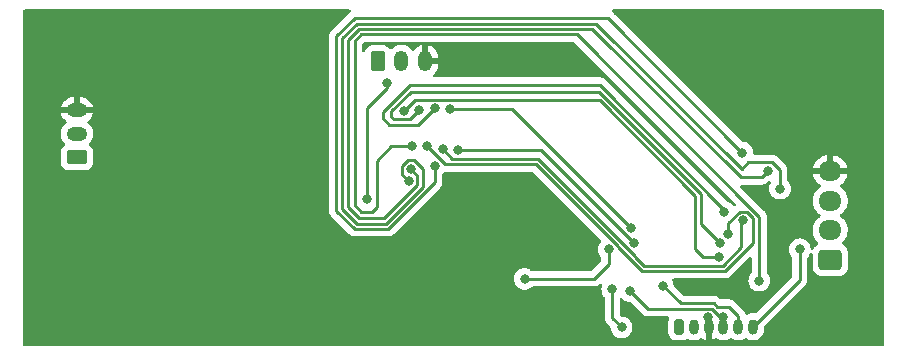
<source format=gbr>
%TF.GenerationSoftware,KiCad,Pcbnew,(6.0.7)*%
%TF.CreationDate,2023-02-24T11:48:17+01:00*%
%TF.ProjectId,freqcount,66726571-636f-4756-9e74-2e6b69636164,rev?*%
%TF.SameCoordinates,PX640f3c0PY67de938*%
%TF.FileFunction,Copper,L2,Bot*%
%TF.FilePolarity,Positive*%
%FSLAX46Y46*%
G04 Gerber Fmt 4.6, Leading zero omitted, Abs format (unit mm)*
G04 Created by KiCad (PCBNEW (6.0.7)) date 2023-02-24 11:48:17*
%MOMM*%
%LPD*%
G01*
G04 APERTURE LIST*
G04 Aperture macros list*
%AMRoundRect*
0 Rectangle with rounded corners*
0 $1 Rounding radius*
0 $2 $3 $4 $5 $6 $7 $8 $9 X,Y pos of 4 corners*
0 Add a 4 corners polygon primitive as box body*
4,1,4,$2,$3,$4,$5,$6,$7,$8,$9,$2,$3,0*
0 Add four circle primitives for the rounded corners*
1,1,$1+$1,$2,$3*
1,1,$1+$1,$4,$5*
1,1,$1+$1,$6,$7*
1,1,$1+$1,$8,$9*
0 Add four rect primitives between the rounded corners*
20,1,$1+$1,$2,$3,$4,$5,0*
20,1,$1+$1,$4,$5,$6,$7,0*
20,1,$1+$1,$6,$7,$8,$9,0*
20,1,$1+$1,$8,$9,$2,$3,0*%
G04 Aperture macros list end*
%TA.AperFunction,ComponentPad*%
%ADD10RoundRect,0.200000X-0.200000X-0.450000X0.200000X-0.450000X0.200000X0.450000X-0.200000X0.450000X0*%
%TD*%
%TA.AperFunction,ComponentPad*%
%ADD11O,0.800000X1.300000*%
%TD*%
%TA.AperFunction,ComponentPad*%
%ADD12RoundRect,0.250000X0.625000X-0.350000X0.625000X0.350000X-0.625000X0.350000X-0.625000X-0.350000X0*%
%TD*%
%TA.AperFunction,ComponentPad*%
%ADD13O,1.750000X1.200000*%
%TD*%
%TA.AperFunction,ComponentPad*%
%ADD14RoundRect,0.250000X-0.350000X-0.625000X0.350000X-0.625000X0.350000X0.625000X-0.350000X0.625000X0*%
%TD*%
%TA.AperFunction,ComponentPad*%
%ADD15O,1.200000X1.750000*%
%TD*%
%TA.AperFunction,ComponentPad*%
%ADD16RoundRect,0.250000X0.725000X-0.600000X0.725000X0.600000X-0.725000X0.600000X-0.725000X-0.600000X0*%
%TD*%
%TA.AperFunction,ComponentPad*%
%ADD17O,1.950000X1.700000*%
%TD*%
%TA.AperFunction,ViaPad*%
%ADD18C,0.800000*%
%TD*%
%TA.AperFunction,ViaPad*%
%ADD19C,4.000000*%
%TD*%
%TA.AperFunction,Conductor*%
%ADD20C,0.250000*%
%TD*%
G04 APERTURE END LIST*
D10*
%TO.P,J4,1,Pin_1*%
%TO.N,+5V*%
X56060000Y2145000D03*
D11*
%TO.P,J4,2,Pin_2*%
%TO.N,Net-(U5-Pad15)*%
X57310000Y2145000D03*
%TO.P,J4,3,Pin_3*%
%TO.N,GND*%
X58560000Y2145000D03*
%TO.P,J4,4,Pin_4*%
%TO.N,Net-(U5-Pad16)*%
X59810000Y2145000D03*
%TO.P,J4,5,Pin_5*%
%TO.N,Net-(U5-Pad17)*%
X61060000Y2145000D03*
%TO.P,J4,6,Pin_6*%
%TO.N,/Reset*%
X62310000Y2145000D03*
%TD*%
D12*
%TO.P,J1,1,Pin_1*%
%TO.N,+5V*%
X5070000Y16480000D03*
D13*
%TO.P,J1,2,Pin_2*%
%TO.N,Net-(J1-Pad2)*%
X5070000Y18480000D03*
%TO.P,J1,3,Pin_3*%
%TO.N,GND*%
X5070000Y20480000D03*
%TD*%
D14*
%TO.P,J2,1,Pin_1*%
%TO.N,+5V*%
X30540000Y24630000D03*
D15*
%TO.P,J2,2,Pin_2*%
%TO.N,Net-(J2-Pad2)*%
X32540000Y24630000D03*
%TO.P,J2,3,Pin_3*%
%TO.N,GND*%
X34540000Y24630000D03*
%TD*%
D16*
%TO.P,J3,1,Pin_1*%
%TO.N,+5V*%
X68840000Y7820000D03*
D17*
%TO.P,J3,2,Pin_2*%
%TO.N,Net-(U5-Pad30)*%
X68840000Y10320000D03*
%TO.P,J3,3,Pin_3*%
%TO.N,Net-(U5-Pad31)*%
X68840000Y12820000D03*
%TO.P,J3,4,Pin_4*%
%TO.N,GND*%
X68840000Y15320000D03*
%TD*%
D18*
%TO.N,Net-(U5-Pad17)*%
X54680000Y5605000D03*
%TO.N,/Reset*%
X66270000Y8705000D03*
%TO.N,Net-(U5-Pad16)*%
X59770000Y2985500D03*
%TO.N,GND*%
X58500000Y2935000D03*
%TO.N,Net-(U5-Pad15)*%
X51190000Y2085000D03*
%TO.N,Net-(U5-Pad16)*%
X51860000Y5185000D03*
%TO.N,Net-(U5-Pad15)*%
X50380000Y5315000D03*
D19*
%TO.N,GND*%
X3710000Y26390000D03*
X71060000Y2660000D03*
D18*
X12480000Y2510000D03*
X19280000Y2420000D03*
X13790000Y15050000D03*
X13000000Y10610000D03*
X26950000Y4860000D03*
X20750000Y8080000D03*
X59700000Y4915000D03*
X4990000Y2340000D03*
X5710000Y10920000D03*
X27600000Y8290000D03*
X38760000Y12970000D03*
X47120000Y10510000D03*
%TO.N,Net-(J2-Pad2)*%
X31350000Y22790000D03*
X29660000Y12990000D03*
%TO.N,GAU*%
X63590000Y15360000D03*
X33354282Y15458404D03*
%TO.N,GBL*%
X35385451Y15739951D03*
X61410000Y16890000D03*
%TO.N,Net-(U5-Pad12)*%
X52000000Y10460000D03*
X36640000Y20580000D03*
%TO.N,Net-(U5-Pad13)*%
X52260000Y9230000D03*
X37330000Y17080000D03*
%TO.N,Net-(U5-Pad23)*%
X59450000Y8040000D03*
X32760000Y20420000D03*
%TO.N,Net-(U5-Pad24)*%
X33410000Y17410000D03*
X62830000Y6040000D03*
%TO.N,Net-(U5-Pad25)*%
X59520000Y9210000D03*
X34070000Y20510000D03*
%TO.N,Net-(U5-Pad26)*%
X34740000Y17410000D03*
X60220000Y10030000D03*
%TO.N,Net-(U5-Pad27)*%
X35350000Y20630000D03*
X59894500Y11840000D03*
%TO.N,Net-(U5-Pad28)*%
X36030000Y17160000D03*
X61484101Y11154101D03*
%TO.N,GAL*%
X33150000Y14480000D03*
X64595000Y13825000D03*
%TO.N,Net-(D1-Pad2)*%
X42970000Y6200000D03*
X50090000Y8700000D03*
%TD*%
D20*
%TO.N,Net-(U5-Pad17)*%
X58613909Y4110000D02*
X56175000Y4110000D01*
X56175000Y4110000D02*
X54680000Y5605000D01*
X59275850Y3820851D02*
X58986701Y4110000D01*
X60284149Y3820851D02*
X59275850Y3820851D01*
X58986701Y4110000D02*
X58613909Y4110000D01*
X61060000Y3045000D02*
X60284149Y3820851D01*
X61060000Y2145000D02*
X61060000Y3045000D01*
%TO.N,Net-(U5-Pad16)*%
X59474805Y2985500D02*
X59770000Y2985500D01*
X58800305Y3660000D02*
X59474805Y2985500D01*
X51860000Y5185000D02*
X53385000Y3660000D01*
X53385000Y3660000D02*
X58800305Y3660000D01*
%TO.N,Net-(U5-Pad15)*%
X50380000Y2895000D02*
X51190000Y2085000D01*
X50380000Y5315000D02*
X50380000Y2895000D01*
%TO.N,/Reset*%
X66270000Y6105000D02*
X62310000Y2145000D01*
X66270000Y8705000D02*
X66270000Y6105000D01*
%TO.N,GND*%
X58500000Y2205000D02*
X58560000Y2145000D01*
X58500000Y2935000D02*
X58500000Y2205000D01*
%TO.N,Net-(J2-Pad2)*%
X31350000Y22320000D02*
X29660000Y20630000D01*
X29660000Y20630000D02*
X29660000Y12990000D01*
X31350000Y22790000D02*
X31350000Y22320000D01*
%TO.N,GAU*%
X33875000Y14135000D02*
X31060000Y11320000D01*
X33354282Y15458404D02*
X33875000Y14937686D01*
X63030000Y14800000D02*
X63590000Y15360000D01*
X48710000Y27360000D02*
X61270000Y14800000D01*
X28020000Y12260000D02*
X28020000Y26436396D01*
X33875000Y14937686D02*
X33875000Y14135000D01*
X28020000Y26436396D02*
X28943604Y27360000D01*
X31060000Y11320000D02*
X28960000Y11320000D01*
X28943604Y27360000D02*
X48710000Y27360000D01*
X28960000Y11320000D02*
X28020000Y12260000D01*
X61270000Y14800000D02*
X63030000Y14800000D01*
%TO.N,GBL*%
X27040000Y26729188D02*
X28570812Y28260000D01*
X50040000Y28260000D02*
X61410000Y16890000D01*
X31432792Y10420000D02*
X28587208Y10420000D01*
X35385451Y15739951D02*
X35385451Y14372659D01*
X35385451Y14372659D02*
X31432792Y10420000D01*
X28587208Y10420000D02*
X27040000Y11967208D01*
X28570812Y28260000D02*
X50040000Y28260000D01*
X27040000Y11967208D02*
X27040000Y26729188D01*
%TO.N,Net-(U5-Pad12)*%
X36640000Y20580000D02*
X41880000Y20580000D01*
X41880000Y20580000D02*
X52000000Y10460000D01*
%TO.N,Net-(U5-Pad13)*%
X52260000Y9230000D02*
X52204695Y9230000D01*
X44354695Y17080000D02*
X37330000Y17080000D01*
X52204695Y9230000D02*
X44354695Y17080000D01*
%TO.N,Net-(U5-Pad23)*%
X49325000Y21355000D02*
X57440000Y13240000D01*
X32760000Y20420000D02*
X33695000Y21355000D01*
X57440000Y13240000D02*
X57440000Y8710000D01*
X58110000Y8040000D02*
X59450000Y8040000D01*
X57440000Y8710000D02*
X58110000Y8040000D01*
X33695000Y21355000D02*
X49325000Y21355000D01*
%TO.N,Net-(U5-Pad24)*%
X29160000Y11830000D02*
X28580000Y12410000D01*
X31670000Y17410000D02*
X30460000Y16200000D01*
X62830000Y11469903D02*
X62830000Y6040000D01*
X28580000Y26360000D02*
X29130000Y26910000D01*
X30460000Y12240000D02*
X30050000Y11830000D01*
X28580000Y12410000D02*
X28580000Y26360000D01*
X47389903Y26910000D02*
X62830000Y11469903D01*
X30460000Y16200000D02*
X30460000Y12240000D01*
X29130000Y26910000D02*
X47389903Y26910000D01*
X33410000Y17410000D02*
X31670000Y17410000D01*
X30050000Y11830000D02*
X29160000Y11830000D01*
%TO.N,Net-(U5-Pad25)*%
X57930000Y10800000D02*
X59520000Y9210000D01*
X49266396Y22050000D02*
X57930000Y13386396D01*
X31690000Y19900000D02*
X31690000Y20375305D01*
X31895000Y19695000D02*
X31690000Y19900000D01*
X57930000Y13386396D02*
X57930000Y10800000D01*
X33255000Y19695000D02*
X31895000Y19695000D01*
X34070000Y20510000D02*
X33255000Y19695000D01*
X33364695Y22050000D02*
X49266396Y22050000D01*
X31690000Y20375305D02*
X33364695Y22050000D01*
%TO.N,Net-(U5-Pad26)*%
X50850000Y8900000D02*
X50850000Y8965305D01*
X60220000Y10030000D02*
X60220000Y10915305D01*
X43925305Y15890000D02*
X36260000Y15890000D01*
X50850000Y8965305D02*
X43925305Y15890000D01*
X52885000Y6865000D02*
X50850000Y8900000D01*
X36260000Y15890000D02*
X34740000Y17410000D01*
X62280000Y11383507D02*
X62280000Y9208299D01*
X59936701Y6865000D02*
X52885000Y6865000D01*
X61183796Y11879101D02*
X61784406Y11879101D01*
X62280000Y9208299D02*
X59936701Y6865000D01*
X61784406Y11879101D02*
X62280000Y11383507D01*
X60220000Y10915305D02*
X61183796Y11879101D01*
%TO.N,Net-(U5-Pad27)*%
X33298299Y22620000D02*
X30960000Y20281701D01*
X30960000Y20281701D02*
X30960000Y19800000D01*
X31515000Y19245000D02*
X33965000Y19245000D01*
X59894500Y11840000D02*
X59894500Y12058292D01*
X59894500Y12058292D02*
X49332792Y22620000D01*
X30960000Y19800000D02*
X31515000Y19245000D01*
X49332792Y22620000D02*
X33298299Y22620000D01*
X33965000Y19245000D02*
X35350000Y20630000D01*
%TO.N,Net-(U5-Pad28)*%
X53075000Y7315000D02*
X52310000Y8080000D01*
X61300000Y10970000D02*
X61300000Y8864695D01*
X61300000Y8864695D02*
X59750305Y7315000D01*
X52310000Y8154695D02*
X44124695Y16340000D01*
X59750305Y7315000D02*
X53075000Y7315000D01*
X36850000Y16340000D02*
X36030000Y17160000D01*
X61484101Y11154101D02*
X61300000Y10970000D01*
X52310000Y8080000D02*
X52310000Y8154695D01*
X44124695Y16340000D02*
X36850000Y16340000D01*
%TO.N,GAL*%
X27520000Y12123604D02*
X27520000Y26572792D01*
X33150000Y14480000D02*
X32629282Y15000718D01*
X61905000Y16085000D02*
X63890305Y16085000D01*
X33090573Y16220000D02*
X33617991Y16220000D01*
X64595000Y15380305D02*
X64595000Y13825000D01*
X63890305Y16085000D02*
X64595000Y15380305D01*
X27520000Y26572792D02*
X28757208Y27810000D01*
X49050000Y27810000D02*
X61340000Y15520000D01*
X34370000Y15467991D02*
X34370000Y13993604D01*
X61340000Y15520000D02*
X61905000Y16085000D01*
X32629282Y15000718D02*
X32629282Y15758709D01*
X32629282Y15758709D02*
X33090573Y16220000D01*
X34370000Y13993604D02*
X31246396Y10870000D01*
X31246396Y10870000D02*
X28773604Y10870000D01*
X28773604Y10870000D02*
X27520000Y12123604D01*
X28757208Y27810000D02*
X49050000Y27810000D01*
X33617991Y16220000D02*
X34370000Y15467991D01*
%TO.N,Net-(D1-Pad2)*%
X50090000Y7430000D02*
X50090000Y8700000D01*
X42970000Y6200000D02*
X48860000Y6200000D01*
X48860000Y6200000D02*
X50090000Y7430000D01*
%TD*%
%TA.AperFunction,Conductor*%
%TO.N,GND*%
G36*
X28204576Y28991498D02*
G01*
X28251069Y28937842D01*
X28261173Y28867568D01*
X28231679Y28802988D01*
X28200597Y28777048D01*
X28179450Y28764542D01*
X28165129Y28750221D01*
X28150096Y28737381D01*
X28133705Y28725472D01*
X28125029Y28714984D01*
X28105514Y28691395D01*
X28097524Y28682616D01*
X26647747Y27232840D01*
X26639461Y27225300D01*
X26632982Y27221188D01*
X26627557Y27215411D01*
X26586357Y27171537D01*
X26583602Y27168695D01*
X26563865Y27148958D01*
X26561385Y27145761D01*
X26553682Y27136741D01*
X26523414Y27104509D01*
X26519595Y27097563D01*
X26519593Y27097560D01*
X26513652Y27086754D01*
X26502801Y27070235D01*
X26490386Y27054229D01*
X26487241Y27046960D01*
X26487238Y27046956D01*
X26472826Y27013651D01*
X26467609Y27003001D01*
X26446305Y26964248D01*
X26444334Y26956573D01*
X26444334Y26956572D01*
X26441267Y26944626D01*
X26434863Y26925922D01*
X26426819Y26907333D01*
X26425580Y26899510D01*
X26425577Y26899500D01*
X26419901Y26863664D01*
X26417495Y26852044D01*
X26406500Y26809218D01*
X26406500Y26788964D01*
X26404949Y26769254D01*
X26401780Y26749245D01*
X26402526Y26741353D01*
X26405941Y26705227D01*
X26406500Y26693369D01*
X26406500Y12045975D01*
X26405973Y12034792D01*
X26404298Y12027299D01*
X26404547Y12019373D01*
X26404547Y12019372D01*
X26406438Y11959222D01*
X26406500Y11955263D01*
X26406500Y11927352D01*
X26406997Y11923418D01*
X26406997Y11923417D01*
X26407005Y11923352D01*
X26407938Y11911515D01*
X26409327Y11867319D01*
X26413069Y11854440D01*
X26414978Y11847869D01*
X26418987Y11828508D01*
X26421526Y11808411D01*
X26424445Y11801040D01*
X26424445Y11801038D01*
X26437804Y11767296D01*
X26441649Y11756066D01*
X26453982Y11713615D01*
X26458015Y11706796D01*
X26458017Y11706791D01*
X26464293Y11696180D01*
X26472988Y11678432D01*
X26480448Y11659591D01*
X26485110Y11653175D01*
X26485110Y11653174D01*
X26506436Y11623821D01*
X26512952Y11613901D01*
X26521901Y11598770D01*
X26535458Y11575846D01*
X26549779Y11561525D01*
X26562619Y11546492D01*
X26574528Y11530101D01*
X26597240Y11511312D01*
X26608605Y11501910D01*
X26617384Y11493920D01*
X28083551Y10027753D01*
X28091095Y10019463D01*
X28095208Y10012982D01*
X28100985Y10007557D01*
X28144875Y9966342D01*
X28147717Y9963587D01*
X28167439Y9943865D01*
X28170563Y9941442D01*
X28170567Y9941438D01*
X28170632Y9941388D01*
X28179653Y9933683D01*
X28211887Y9903414D01*
X28218835Y9899595D01*
X28218837Y9899593D01*
X28229640Y9893654D01*
X28246167Y9882798D01*
X28255906Y9875243D01*
X28255908Y9875242D01*
X28262168Y9870386D01*
X28302748Y9852826D01*
X28313396Y9847609D01*
X28338184Y9833982D01*
X28352148Y9826305D01*
X28359824Y9824334D01*
X28359827Y9824333D01*
X28371770Y9821267D01*
X28390475Y9814863D01*
X28409063Y9806819D01*
X28416886Y9805580D01*
X28416896Y9805577D01*
X28452732Y9799901D01*
X28464352Y9797495D01*
X28496167Y9789327D01*
X28507178Y9786500D01*
X28527432Y9786500D01*
X28547142Y9784949D01*
X28567151Y9781780D01*
X28575043Y9782526D01*
X28593788Y9784298D01*
X28611170Y9785941D01*
X28623027Y9786500D01*
X31354025Y9786500D01*
X31365208Y9785973D01*
X31372701Y9784298D01*
X31380627Y9784547D01*
X31380628Y9784547D01*
X31440778Y9786438D01*
X31444737Y9786500D01*
X31472648Y9786500D01*
X31476583Y9786997D01*
X31476648Y9787005D01*
X31488485Y9787938D01*
X31520743Y9788952D01*
X31524762Y9789078D01*
X31532681Y9789327D01*
X31552135Y9794979D01*
X31571492Y9798987D01*
X31583722Y9800532D01*
X31583723Y9800532D01*
X31591589Y9801526D01*
X31598960Y9804445D01*
X31598962Y9804445D01*
X31632704Y9817804D01*
X31643934Y9821649D01*
X31678775Y9831771D01*
X31678776Y9831771D01*
X31686385Y9833982D01*
X31693204Y9838015D01*
X31693209Y9838017D01*
X31703820Y9844293D01*
X31721568Y9852988D01*
X31740409Y9860448D01*
X31776179Y9886436D01*
X31786099Y9892952D01*
X31817327Y9911420D01*
X31817330Y9911422D01*
X31824154Y9915458D01*
X31838475Y9929779D01*
X31853509Y9942620D01*
X31855223Y9943865D01*
X31869899Y9954528D01*
X31898090Y9988605D01*
X31906080Y9997384D01*
X35777704Y13869007D01*
X35785990Y13876547D01*
X35792469Y13880659D01*
X35839095Y13930311D01*
X35841849Y13933152D01*
X35861586Y13952889D01*
X35864066Y13956086D01*
X35871771Y13965108D01*
X35896610Y13991559D01*
X35902037Y13997338D01*
X35905856Y14004284D01*
X35905858Y14004287D01*
X35911799Y14015093D01*
X35922650Y14031612D01*
X35930209Y14041358D01*
X35935065Y14047618D01*
X35938210Y14054887D01*
X35938213Y14054891D01*
X35952625Y14088196D01*
X35957842Y14098846D01*
X35979146Y14137599D01*
X35984184Y14157222D01*
X35990588Y14175925D01*
X35995484Y14187239D01*
X35995484Y14187240D01*
X35998632Y14194514D01*
X35999871Y14202337D01*
X35999874Y14202347D01*
X36005550Y14238183D01*
X36007956Y14249803D01*
X36016979Y14284948D01*
X36016979Y14284949D01*
X36018951Y14292629D01*
X36018951Y14312883D01*
X36020502Y14332594D01*
X36022431Y14344773D01*
X36023671Y14352602D01*
X36019510Y14396621D01*
X36018951Y14408478D01*
X36018951Y15037427D01*
X36038953Y15105548D01*
X36051309Y15121730D01*
X36124491Y15203007D01*
X36124491Y15203008D01*
X36124556Y15202949D01*
X36178593Y15244618D01*
X36228265Y15253141D01*
X36232114Y15253020D01*
X36239943Y15251780D01*
X36247835Y15252526D01*
X36283961Y15255941D01*
X36295819Y15256500D01*
X43610711Y15256500D01*
X43678832Y15236498D01*
X43699806Y15219595D01*
X49423474Y9495927D01*
X49457500Y9433615D01*
X49452435Y9362800D01*
X49428017Y9322525D01*
X49350960Y9236944D01*
X49307606Y9161852D01*
X49277138Y9109080D01*
X49255473Y9071556D01*
X49196458Y8889928D01*
X49195768Y8883367D01*
X49195768Y8883365D01*
X49193149Y8858444D01*
X49176496Y8700000D01*
X49177186Y8693435D01*
X49195243Y8521635D01*
X49196458Y8510072D01*
X49255473Y8328444D01*
X49258776Y8322722D01*
X49258777Y8322721D01*
X49264156Y8313405D01*
X49350960Y8163056D01*
X49424137Y8081785D01*
X49454853Y8017779D01*
X49456500Y7997476D01*
X49456500Y7744595D01*
X49436498Y7676474D01*
X49419595Y7655499D01*
X48634499Y6870404D01*
X48572187Y6836379D01*
X48545404Y6833500D01*
X43678200Y6833500D01*
X43610079Y6853502D01*
X43590853Y6869843D01*
X43590580Y6869540D01*
X43585668Y6873963D01*
X43581253Y6878866D01*
X43548033Y6903002D01*
X43432094Y6987237D01*
X43432093Y6987238D01*
X43426752Y6991118D01*
X43420724Y6993802D01*
X43420722Y6993803D01*
X43258319Y7066109D01*
X43258318Y7066109D01*
X43252288Y7068794D01*
X43157420Y7088959D01*
X43071944Y7107128D01*
X43071939Y7107128D01*
X43065487Y7108500D01*
X42874513Y7108500D01*
X42868061Y7107128D01*
X42868056Y7107128D01*
X42782580Y7088959D01*
X42687712Y7068794D01*
X42681682Y7066109D01*
X42681681Y7066109D01*
X42519278Y6993803D01*
X42519276Y6993802D01*
X42513248Y6991118D01*
X42358747Y6878866D01*
X42354326Y6873956D01*
X42354325Y6873955D01*
X42239742Y6746697D01*
X42230960Y6736944D01*
X42194852Y6674403D01*
X42141415Y6581847D01*
X42135473Y6571556D01*
X42076458Y6389928D01*
X42075768Y6383367D01*
X42075768Y6383365D01*
X42059601Y6229547D01*
X42056496Y6200000D01*
X42057186Y6193435D01*
X42058482Y6181109D01*
X42076458Y6010072D01*
X42135473Y5828444D01*
X42138776Y5822722D01*
X42138777Y5822721D01*
X42156292Y5792384D01*
X42230960Y5663056D01*
X42235378Y5658149D01*
X42235379Y5658148D01*
X42317452Y5566997D01*
X42358747Y5521134D01*
X42513248Y5408882D01*
X42519276Y5406198D01*
X42519278Y5406197D01*
X42681681Y5333891D01*
X42687712Y5331206D01*
X42763955Y5315000D01*
X42868056Y5292872D01*
X42868061Y5292872D01*
X42874513Y5291500D01*
X43065487Y5291500D01*
X43071939Y5292872D01*
X43071944Y5292872D01*
X43176045Y5315000D01*
X43252288Y5331206D01*
X43258319Y5333891D01*
X43420722Y5406197D01*
X43420724Y5406198D01*
X43426752Y5408882D01*
X43581253Y5521134D01*
X43585668Y5526037D01*
X43590580Y5530460D01*
X43591705Y5529211D01*
X43645014Y5562051D01*
X43678200Y5566500D01*
X48781233Y5566500D01*
X48792416Y5565973D01*
X48799909Y5564298D01*
X48807835Y5564547D01*
X48807836Y5564547D01*
X48867986Y5566438D01*
X48871945Y5566500D01*
X48899856Y5566500D01*
X48903791Y5566997D01*
X48903856Y5567005D01*
X48915693Y5567938D01*
X48947951Y5568952D01*
X48951970Y5569078D01*
X48959889Y5569327D01*
X48979343Y5574979D01*
X48998700Y5578987D01*
X49010930Y5580532D01*
X49010931Y5580532D01*
X49018797Y5581526D01*
X49026168Y5584445D01*
X49026170Y5584445D01*
X49059912Y5597804D01*
X49071142Y5601649D01*
X49105983Y5611771D01*
X49105984Y5611771D01*
X49113593Y5613982D01*
X49120412Y5618015D01*
X49120417Y5618017D01*
X49131028Y5624293D01*
X49148776Y5632988D01*
X49167617Y5640448D01*
X49203387Y5666436D01*
X49213307Y5672952D01*
X49244535Y5691420D01*
X49244538Y5691422D01*
X49251362Y5695458D01*
X49265683Y5709779D01*
X49280717Y5722620D01*
X49297107Y5734528D01*
X49302157Y5740633D01*
X49302164Y5740639D01*
X49310757Y5751026D01*
X49369591Y5790763D01*
X49440569Y5792384D01*
X49501156Y5755374D01*
X49532116Y5691483D01*
X49527673Y5631774D01*
X49486458Y5504928D01*
X49485768Y5498367D01*
X49485768Y5498365D01*
X49468199Y5331206D01*
X49466496Y5315000D01*
X49486458Y5125072D01*
X49545473Y4943444D01*
X49548776Y4937722D01*
X49548777Y4937721D01*
X49555467Y4926134D01*
X49640960Y4778056D01*
X49714137Y4696785D01*
X49744853Y4632779D01*
X49746500Y4612476D01*
X49746500Y2973767D01*
X49745973Y2962584D01*
X49744298Y2955091D01*
X49744547Y2947165D01*
X49744547Y2947164D01*
X49746438Y2887014D01*
X49746500Y2883055D01*
X49746500Y2855144D01*
X49746997Y2851210D01*
X49746997Y2851209D01*
X49747005Y2851144D01*
X49747938Y2839307D01*
X49749327Y2795111D01*
X49754978Y2775661D01*
X49758987Y2756300D01*
X49761526Y2736203D01*
X49764445Y2728832D01*
X49764445Y2728830D01*
X49777804Y2695088D01*
X49781649Y2683858D01*
X49791771Y2649017D01*
X49793982Y2641407D01*
X49798015Y2634588D01*
X49798017Y2634583D01*
X49804293Y2623972D01*
X49812988Y2606224D01*
X49820448Y2587383D01*
X49825110Y2580967D01*
X49825110Y2580966D01*
X49846436Y2551613D01*
X49852952Y2541693D01*
X49875458Y2503638D01*
X49889779Y2489317D01*
X49902619Y2474284D01*
X49914528Y2457893D01*
X49920633Y2452842D01*
X49920638Y2452837D01*
X49948598Y2429706D01*
X49957376Y2421719D01*
X50110731Y2268365D01*
X50242878Y2136218D01*
X50276903Y2073905D01*
X50279093Y2060294D01*
X50296458Y1895072D01*
X50355473Y1713444D01*
X50358776Y1707722D01*
X50358777Y1707721D01*
X50363931Y1698794D01*
X50450960Y1548056D01*
X50578747Y1406134D01*
X50733248Y1293882D01*
X50739276Y1291198D01*
X50739278Y1291197D01*
X50833509Y1249243D01*
X50907712Y1216206D01*
X51000510Y1196481D01*
X51088056Y1177872D01*
X51088061Y1177872D01*
X51094513Y1176500D01*
X51285487Y1176500D01*
X51291939Y1177872D01*
X51291944Y1177872D01*
X51379490Y1196481D01*
X51472288Y1216206D01*
X51546491Y1249243D01*
X51640722Y1291197D01*
X51640724Y1291198D01*
X51646752Y1293882D01*
X51801253Y1406134D01*
X51929040Y1548056D01*
X52016069Y1698794D01*
X52021223Y1707721D01*
X52021224Y1707722D01*
X52024527Y1713444D01*
X52083542Y1895072D01*
X52103504Y2085000D01*
X52083542Y2274928D01*
X52024527Y2456556D01*
X51929040Y2621944D01*
X51911516Y2641407D01*
X51805675Y2758955D01*
X51805674Y2758956D01*
X51801253Y2763866D01*
X51646752Y2876118D01*
X51640724Y2878802D01*
X51640722Y2878803D01*
X51478319Y2951109D01*
X51478318Y2951109D01*
X51472288Y2953794D01*
X51378323Y2973767D01*
X51291944Y2992128D01*
X51291939Y2992128D01*
X51285487Y2993500D01*
X51229595Y2993500D01*
X51161474Y3013502D01*
X51140500Y3030405D01*
X51050405Y3120500D01*
X51016379Y3182812D01*
X51013500Y3209595D01*
X51013500Y4439162D01*
X51033502Y4507283D01*
X51087158Y4553776D01*
X51157432Y4563880D01*
X51222012Y4534386D01*
X51233127Y4523482D01*
X51248747Y4506134D01*
X51254089Y4502253D01*
X51374807Y4414546D01*
X51403248Y4393882D01*
X51409276Y4391198D01*
X51409278Y4391197D01*
X51508100Y4347199D01*
X51577712Y4316206D01*
X51671113Y4296353D01*
X51758056Y4277872D01*
X51758061Y4277872D01*
X51764513Y4276500D01*
X51820406Y4276500D01*
X51888527Y4256498D01*
X51909501Y4239595D01*
X52881343Y3267753D01*
X52888887Y3259463D01*
X52893000Y3252982D01*
X52898777Y3247557D01*
X52942667Y3206342D01*
X52945509Y3203587D01*
X52965231Y3183865D01*
X52968355Y3181442D01*
X52968359Y3181438D01*
X52968424Y3181388D01*
X52977445Y3173683D01*
X53009679Y3143414D01*
X53016627Y3139595D01*
X53016629Y3139593D01*
X53027432Y3133654D01*
X53043959Y3122798D01*
X53053698Y3115243D01*
X53053700Y3115242D01*
X53059960Y3110386D01*
X53100540Y3092826D01*
X53111188Y3087609D01*
X53136187Y3073866D01*
X53149940Y3066305D01*
X53157616Y3064334D01*
X53157619Y3064333D01*
X53169562Y3061267D01*
X53188267Y3054863D01*
X53206855Y3046819D01*
X53214678Y3045580D01*
X53214688Y3045577D01*
X53250524Y3039901D01*
X53262144Y3037495D01*
X53289760Y3030405D01*
X53304970Y3026500D01*
X53325224Y3026500D01*
X53344934Y3024949D01*
X53364943Y3021780D01*
X53372835Y3022526D01*
X53408961Y3025941D01*
X53420819Y3026500D01*
X55081184Y3026500D01*
X55149305Y3006498D01*
X55195798Y2952842D01*
X55205902Y2882568D01*
X55201418Y2862821D01*
X55183429Y2805419D01*
X55158247Y2725062D01*
X55151500Y2651635D01*
X55151501Y1638366D01*
X55158247Y1564938D01*
X55160246Y1558560D01*
X55160246Y1558559D01*
X55171251Y1523444D01*
X55209528Y1401301D01*
X55298361Y1254619D01*
X55419619Y1133361D01*
X55566301Y1044528D01*
X55573548Y1042257D01*
X55573550Y1042256D01*
X55616198Y1028891D01*
X55729938Y993247D01*
X55803365Y986500D01*
X55806263Y986500D01*
X56060665Y986501D01*
X56316634Y986501D01*
X56319492Y986764D01*
X56319501Y986764D01*
X56355004Y990026D01*
X56390062Y993247D01*
X56396447Y995248D01*
X56546450Y1042256D01*
X56546452Y1042257D01*
X56553699Y1044528D01*
X56690018Y1127085D01*
X56758648Y1145264D01*
X56829350Y1121245D01*
X56847308Y1108198D01*
X56853248Y1103882D01*
X56859276Y1101198D01*
X56859278Y1101197D01*
X57006844Y1035497D01*
X57027712Y1026206D01*
X57121113Y1006353D01*
X57208056Y987872D01*
X57208061Y987872D01*
X57214513Y986500D01*
X57405487Y986500D01*
X57411939Y987872D01*
X57411944Y987872D01*
X57498887Y1006353D01*
X57592288Y1026206D01*
X57613156Y1035497D01*
X57760722Y1101197D01*
X57760724Y1101198D01*
X57766752Y1103882D01*
X57861366Y1172623D01*
X57928230Y1196480D01*
X57997382Y1180400D01*
X58009485Y1172622D01*
X58098157Y1108198D01*
X58109529Y1101632D01*
X58271839Y1029367D01*
X58284325Y1025310D01*
X58288278Y1024470D01*
X58302341Y1025543D01*
X58306000Y1035497D01*
X58306000Y2273000D01*
X58326002Y2341121D01*
X58379658Y2387614D01*
X58432000Y2399000D01*
X58688000Y2399000D01*
X58756121Y2378998D01*
X58802614Y2325342D01*
X58814000Y2273000D01*
X58814000Y1038818D01*
X58817973Y1025287D01*
X58828468Y1023778D01*
X58835675Y1025310D01*
X58848161Y1029367D01*
X59010471Y1101632D01*
X59021843Y1108198D01*
X59110515Y1172622D01*
X59177383Y1196481D01*
X59246534Y1180400D01*
X59258620Y1172634D01*
X59353248Y1103882D01*
X59359276Y1101198D01*
X59359278Y1101197D01*
X59506844Y1035497D01*
X59527712Y1026206D01*
X59621113Y1006353D01*
X59708056Y987872D01*
X59708061Y987872D01*
X59714513Y986500D01*
X59905487Y986500D01*
X59911939Y987872D01*
X59911944Y987872D01*
X59998887Y1006353D01*
X60092288Y1026206D01*
X60113156Y1035497D01*
X60260722Y1101197D01*
X60260724Y1101198D01*
X60266752Y1103882D01*
X60272693Y1108198D01*
X60360939Y1172313D01*
X60427807Y1196172D01*
X60496958Y1180091D01*
X60509061Y1172313D01*
X60597308Y1108198D01*
X60603248Y1103882D01*
X60609276Y1101198D01*
X60609278Y1101197D01*
X60756844Y1035497D01*
X60777712Y1026206D01*
X60871113Y1006353D01*
X60958056Y987872D01*
X60958061Y987872D01*
X60964513Y986500D01*
X61155487Y986500D01*
X61161939Y987872D01*
X61161944Y987872D01*
X61248887Y1006353D01*
X61342288Y1026206D01*
X61363156Y1035497D01*
X61510722Y1101197D01*
X61510724Y1101198D01*
X61516752Y1103882D01*
X61522693Y1108198D01*
X61610939Y1172313D01*
X61677807Y1196172D01*
X61746958Y1180091D01*
X61759061Y1172313D01*
X61847308Y1108198D01*
X61853248Y1103882D01*
X61859276Y1101198D01*
X61859278Y1101197D01*
X62006844Y1035497D01*
X62027712Y1026206D01*
X62121113Y1006353D01*
X62208056Y987872D01*
X62208061Y987872D01*
X62214513Y986500D01*
X62405487Y986500D01*
X62411939Y987872D01*
X62411944Y987872D01*
X62498887Y1006353D01*
X62592288Y1026206D01*
X62613156Y1035497D01*
X62760722Y1101197D01*
X62760724Y1101198D01*
X62766752Y1103882D01*
X62772693Y1108198D01*
X62861364Y1172622D01*
X62921253Y1216134D01*
X62935000Y1231402D01*
X63044621Y1353148D01*
X63044622Y1353149D01*
X63049040Y1358056D01*
X63144527Y1523444D01*
X63203542Y1705072D01*
X63205083Y1719729D01*
X63218156Y1844120D01*
X63218500Y1847390D01*
X63218500Y2105406D01*
X63238502Y2173527D01*
X63255405Y2194501D01*
X66662247Y5601343D01*
X66670537Y5608887D01*
X66677018Y5613000D01*
X66695794Y5632994D01*
X66723658Y5662667D01*
X66726413Y5665509D01*
X66746135Y5685231D01*
X66748619Y5688433D01*
X66756317Y5697445D01*
X66781161Y5723902D01*
X66786586Y5729679D01*
X66796347Y5747434D01*
X66807198Y5763953D01*
X66819614Y5779959D01*
X66826092Y5794928D01*
X66837174Y5820537D01*
X66842391Y5831187D01*
X66863695Y5869940D01*
X66868733Y5889563D01*
X66875137Y5908266D01*
X66880033Y5919580D01*
X66880033Y5919581D01*
X66883181Y5926855D01*
X66884420Y5934678D01*
X66884423Y5934688D01*
X66890099Y5970524D01*
X66892505Y5982144D01*
X66901528Y6017289D01*
X66901528Y6017290D01*
X66903500Y6024970D01*
X66903500Y6045224D01*
X66905051Y6064935D01*
X66906980Y6077114D01*
X66908220Y6084943D01*
X66904059Y6128962D01*
X66903500Y6140819D01*
X66903500Y8002476D01*
X66923502Y8070597D01*
X66935858Y8086779D01*
X67009040Y8168056D01*
X67083661Y8297303D01*
X67101223Y8327721D01*
X67101224Y8327722D01*
X67104527Y8333444D01*
X67110667Y8352341D01*
X67150740Y8410947D01*
X67216137Y8438584D01*
X67286094Y8426477D01*
X67338400Y8378471D01*
X67356500Y8313405D01*
X67356500Y7169600D01*
X67356837Y7166354D01*
X67356837Y7166350D01*
X67366582Y7072432D01*
X67367474Y7063834D01*
X67369655Y7057298D01*
X67369655Y7057296D01*
X67390838Y6993803D01*
X67423450Y6896054D01*
X67516522Y6745652D01*
X67641697Y6620695D01*
X67647927Y6616855D01*
X67647928Y6616854D01*
X67785090Y6532306D01*
X67792262Y6527885D01*
X67872005Y6501436D01*
X67953611Y6474368D01*
X67953613Y6474368D01*
X67960139Y6472203D01*
X67966975Y6471503D01*
X67966978Y6471502D01*
X68010031Y6467091D01*
X68064600Y6461500D01*
X69615400Y6461500D01*
X69618646Y6461837D01*
X69618650Y6461837D01*
X69714308Y6471762D01*
X69714312Y6471763D01*
X69721166Y6472474D01*
X69727702Y6474655D01*
X69727704Y6474655D01*
X69859806Y6518728D01*
X69888946Y6528450D01*
X70039348Y6621522D01*
X70164305Y6746697D01*
X70168146Y6752928D01*
X70253275Y6891032D01*
X70253276Y6891034D01*
X70257115Y6897262D01*
X70287101Y6987667D01*
X70310632Y7058611D01*
X70310632Y7058613D01*
X70312797Y7065139D01*
X70313545Y7072432D01*
X70323172Y7166402D01*
X70323500Y7169600D01*
X70323500Y8470400D01*
X70323163Y8473650D01*
X70313238Y8569308D01*
X70313237Y8569312D01*
X70312526Y8576166D01*
X70277908Y8679930D01*
X70258868Y8736998D01*
X70256550Y8743946D01*
X70163478Y8894348D01*
X70038303Y9019305D01*
X70029720Y9024596D01*
X69993966Y9046635D01*
X69892660Y9109081D01*
X69845168Y9161852D01*
X69833744Y9231924D01*
X69862018Y9297048D01*
X69871805Y9307510D01*
X69951846Y9383866D01*
X69986135Y9416576D01*
X70123754Y9601542D01*
X70129137Y9612128D01*
X70204941Y9761226D01*
X70228240Y9807051D01*
X70232655Y9821267D01*
X70295024Y10022129D01*
X70296607Y10027227D01*
X70298433Y10041006D01*
X70326198Y10250489D01*
X70326198Y10250494D01*
X70326898Y10255774D01*
X70318249Y10486158D01*
X70270907Y10711791D01*
X70262719Y10732524D01*
X70188185Y10921256D01*
X70188184Y10921258D01*
X70186224Y10926221D01*
X70162594Y10965163D01*
X70069390Y11118757D01*
X70066623Y11123317D01*
X69979755Y11223424D01*
X69919023Y11293412D01*
X69919021Y11293414D01*
X69915523Y11297445D01*
X69830539Y11367128D01*
X69741373Y11440240D01*
X69741367Y11440244D01*
X69737245Y11443624D01*
X69705750Y11461552D01*
X69656445Y11512632D01*
X69642583Y11582262D01*
X69668566Y11648333D01*
X69697716Y11675573D01*
X69765525Y11721225D01*
X69819319Y11757441D01*
X69823865Y11761777D01*
X69934034Y11866874D01*
X69986135Y11916576D01*
X70123754Y12101542D01*
X70228240Y12307051D01*
X70264321Y12423248D01*
X70295024Y12522129D01*
X70296607Y12527227D01*
X70309862Y12627237D01*
X70326198Y12750489D01*
X70326198Y12750494D01*
X70326898Y12755774D01*
X70318249Y12986158D01*
X70270907Y13211791D01*
X70242727Y13283148D01*
X70188185Y13421256D01*
X70188184Y13421258D01*
X70186224Y13426221D01*
X70173178Y13447721D01*
X70069390Y13618757D01*
X70066623Y13623317D01*
X69979755Y13723424D01*
X69919023Y13793412D01*
X69919021Y13793414D01*
X69915523Y13797445D01*
X69818504Y13876996D01*
X69741373Y13940240D01*
X69741367Y13940244D01*
X69737245Y13943624D01*
X69720969Y13952889D01*
X69705265Y13961829D01*
X69655959Y14012912D01*
X69642098Y14082542D01*
X69668082Y14148613D01*
X69697232Y14175851D01*
X69814578Y14254852D01*
X69822870Y14261519D01*
X69981900Y14413228D01*
X69988941Y14421186D01*
X70120141Y14597525D01*
X70125745Y14606562D01*
X70225357Y14802484D01*
X70229357Y14812335D01*
X70294534Y15022240D01*
X70296817Y15032624D01*
X70298861Y15048043D01*
X70296665Y15062207D01*
X70283478Y15066000D01*
X67398808Y15066000D01*
X67385277Y15062027D01*
X67383752Y15051420D01*
X67408477Y14933579D01*
X67411537Y14923383D01*
X67492263Y14718971D01*
X67496994Y14709439D01*
X67611016Y14521538D01*
X67617280Y14512948D01*
X67761327Y14346948D01*
X67768958Y14339528D01*
X67938911Y14200174D01*
X67947674Y14194152D01*
X67974711Y14178762D01*
X68024018Y14127680D01*
X68037880Y14058049D01*
X68011897Y13991978D01*
X67982747Y13964739D01*
X67946358Y13940240D01*
X67860681Y13882559D01*
X67693865Y13723424D01*
X67556246Y13538458D01*
X67451760Y13332949D01*
X67450178Y13327855D01*
X67450177Y13327852D01*
X67395277Y13151045D01*
X67383393Y13112773D01*
X67382692Y13107484D01*
X67357380Y12916500D01*
X67353102Y12884226D01*
X67361751Y12653842D01*
X67409093Y12428209D01*
X67411051Y12423250D01*
X67411052Y12423248D01*
X67465878Y12284422D01*
X67493776Y12213779D01*
X67613377Y12016683D01*
X67616874Y12012653D01*
X67759866Y11847869D01*
X67764477Y11842555D01*
X67768608Y11839168D01*
X67938627Y11699760D01*
X67938633Y11699756D01*
X67942755Y11696376D01*
X67974250Y11678448D01*
X68023555Y11627368D01*
X68037417Y11557738D01*
X68011434Y11491667D01*
X67982284Y11464427D01*
X67860681Y11382559D01*
X67693865Y11223424D01*
X67556246Y11038458D01*
X67553830Y11033707D01*
X67553828Y11033703D01*
X67535139Y10996944D01*
X67451760Y10832949D01*
X67450178Y10827855D01*
X67450177Y10827852D01*
X67405559Y10684158D01*
X67383393Y10612773D01*
X67382692Y10607484D01*
X67354215Y10392620D01*
X67353102Y10384226D01*
X67361751Y10153842D01*
X67409093Y9928209D01*
X67411051Y9923250D01*
X67411052Y9923248D01*
X67465927Y9784298D01*
X67493776Y9713779D01*
X67496543Y9709220D01*
X67496544Y9709217D01*
X67574273Y9581124D01*
X67613377Y9516683D01*
X67616874Y9512653D01*
X67710406Y9404867D01*
X67764477Y9342555D01*
X67800120Y9313330D01*
X67840114Y9254671D01*
X67842046Y9183701D01*
X67805302Y9122952D01*
X67786532Y9108752D01*
X67724348Y9070271D01*
X67640652Y9018478D01*
X67515695Y8893303D01*
X67511855Y8887073D01*
X67511854Y8887072D01*
X67439746Y8770091D01*
X67422885Y8742738D01*
X67420581Y8735791D01*
X67417487Y8729156D01*
X67415221Y8730213D01*
X67381533Y8681573D01*
X67315972Y8654328D01*
X67246089Y8666854D01*
X67194071Y8715173D01*
X67177049Y8766420D01*
X67164232Y8888365D01*
X67164232Y8888367D01*
X67163542Y8894928D01*
X67104527Y9076556D01*
X67009040Y9241944D01*
X66995087Y9257441D01*
X66885675Y9378955D01*
X66885674Y9378956D01*
X66881253Y9383866D01*
X66726752Y9496118D01*
X66720724Y9498802D01*
X66720722Y9498803D01*
X66558319Y9571109D01*
X66558318Y9571109D01*
X66552288Y9573794D01*
X66441890Y9597260D01*
X66371944Y9612128D01*
X66371939Y9612128D01*
X66365487Y9613500D01*
X66174513Y9613500D01*
X66168061Y9612128D01*
X66168056Y9612128D01*
X66098110Y9597260D01*
X65987712Y9573794D01*
X65981682Y9571109D01*
X65981681Y9571109D01*
X65819278Y9498803D01*
X65819276Y9498802D01*
X65813248Y9496118D01*
X65658747Y9383866D01*
X65654326Y9378956D01*
X65654325Y9378955D01*
X65544914Y9257441D01*
X65530960Y9241944D01*
X65435473Y9076556D01*
X65376458Y8894928D01*
X65375768Y8888367D01*
X65375768Y8888365D01*
X65373284Y8864729D01*
X65356496Y8705000D01*
X65357186Y8698435D01*
X65372661Y8551203D01*
X65376458Y8515072D01*
X65435473Y8333444D01*
X65438776Y8327722D01*
X65438777Y8327721D01*
X65456339Y8297303D01*
X65530960Y8168056D01*
X65604137Y8086785D01*
X65634853Y8022779D01*
X65636500Y8002476D01*
X65636500Y6419594D01*
X65616498Y6351473D01*
X65599595Y6330499D01*
X62591678Y3322582D01*
X62529366Y3288556D01*
X62476386Y3288430D01*
X62411944Y3302128D01*
X62411939Y3302128D01*
X62405487Y3303500D01*
X62214513Y3303500D01*
X62208061Y3302128D01*
X62208056Y3302128D01*
X62121112Y3283647D01*
X62027712Y3263794D01*
X62021682Y3261109D01*
X62021681Y3261109D01*
X61892956Y3203797D01*
X61853248Y3186118D01*
X61847907Y3182238D01*
X61843365Y3179615D01*
X61774370Y3162875D01*
X61707278Y3186093D01*
X61663198Y3242378D01*
X61662184Y3244941D01*
X61658351Y3256142D01*
X61648229Y3290983D01*
X61648229Y3290984D01*
X61646018Y3298593D01*
X61641985Y3305412D01*
X61641983Y3305417D01*
X61635707Y3316028D01*
X61627012Y3333776D01*
X61619552Y3352617D01*
X61593564Y3388387D01*
X61587048Y3398307D01*
X61568580Y3429535D01*
X61568578Y3429538D01*
X61564542Y3436362D01*
X61550221Y3450683D01*
X61537380Y3465717D01*
X61530131Y3475694D01*
X61525472Y3482107D01*
X61519367Y3487158D01*
X61519362Y3487163D01*
X61491396Y3510299D01*
X61482618Y3518287D01*
X60787801Y4213104D01*
X60780261Y4221390D01*
X60776149Y4227869D01*
X60726497Y4274495D01*
X60723656Y4277249D01*
X60703919Y4296986D01*
X60700722Y4299466D01*
X60691700Y4307171D01*
X60679495Y4318632D01*
X60659470Y4337437D01*
X60652524Y4341256D01*
X60652521Y4341258D01*
X60641715Y4347199D01*
X60625196Y4358050D01*
X60624732Y4358410D01*
X60609190Y4370465D01*
X60601921Y4373610D01*
X60601917Y4373613D01*
X60568612Y4388025D01*
X60557962Y4393242D01*
X60519209Y4414546D01*
X60499586Y4419584D01*
X60480883Y4425988D01*
X60469569Y4430884D01*
X60469568Y4430884D01*
X60462294Y4434032D01*
X60454471Y4435271D01*
X60454461Y4435274D01*
X60418625Y4440950D01*
X60407005Y4443356D01*
X60371860Y4452379D01*
X60371859Y4452379D01*
X60364179Y4454351D01*
X60343925Y4454351D01*
X60324214Y4455902D01*
X60312035Y4457831D01*
X60304206Y4459071D01*
X60296314Y4458325D01*
X60260188Y4454910D01*
X60248330Y4454351D01*
X59590445Y4454351D01*
X59522324Y4474353D01*
X59501350Y4491256D01*
X59490353Y4502253D01*
X59482813Y4510539D01*
X59478701Y4517018D01*
X59429049Y4563644D01*
X59426208Y4566398D01*
X59406471Y4586135D01*
X59403274Y4588615D01*
X59394252Y4596320D01*
X59367801Y4621159D01*
X59362022Y4626586D01*
X59355076Y4630405D01*
X59355073Y4630407D01*
X59344267Y4636348D01*
X59327748Y4647199D01*
X59326643Y4648056D01*
X59311742Y4659614D01*
X59304473Y4662759D01*
X59304469Y4662762D01*
X59271164Y4677174D01*
X59260514Y4682391D01*
X59221761Y4703695D01*
X59202138Y4708733D01*
X59183435Y4715137D01*
X59172121Y4720033D01*
X59172120Y4720033D01*
X59164846Y4723181D01*
X59157023Y4724420D01*
X59157013Y4724423D01*
X59121177Y4730099D01*
X59109557Y4732505D01*
X59074412Y4741528D01*
X59074411Y4741528D01*
X59066731Y4743500D01*
X59046477Y4743500D01*
X59026766Y4745051D01*
X59014587Y4746980D01*
X59006758Y4748220D01*
X58998866Y4747474D01*
X58962740Y4744059D01*
X58950882Y4743500D01*
X56489595Y4743500D01*
X56421474Y4763502D01*
X56400500Y4780405D01*
X55627122Y5553783D01*
X55593096Y5616095D01*
X55590907Y5629708D01*
X55574232Y5788365D01*
X55574232Y5788367D01*
X55573542Y5794928D01*
X55514527Y5976556D01*
X55495177Y6010072D01*
X55481688Y6033435D01*
X55476454Y6042500D01*
X55459716Y6111495D01*
X55482936Y6178587D01*
X55538743Y6222474D01*
X55585573Y6231500D01*
X59857934Y6231500D01*
X59869117Y6230973D01*
X59876610Y6229298D01*
X59884536Y6229547D01*
X59884537Y6229547D01*
X59944687Y6231438D01*
X59948646Y6231500D01*
X59976557Y6231500D01*
X59980492Y6231997D01*
X59980557Y6232005D01*
X59992394Y6232938D01*
X60024652Y6233952D01*
X60028671Y6234078D01*
X60036590Y6234327D01*
X60056044Y6239979D01*
X60075401Y6243987D01*
X60087631Y6245532D01*
X60087632Y6245532D01*
X60095498Y6246526D01*
X60102869Y6249445D01*
X60102871Y6249445D01*
X60136613Y6262804D01*
X60147843Y6266649D01*
X60182684Y6276771D01*
X60182685Y6276771D01*
X60190294Y6278982D01*
X60197113Y6283015D01*
X60197118Y6283017D01*
X60207729Y6289293D01*
X60225477Y6297988D01*
X60244318Y6305448D01*
X60280088Y6331436D01*
X60290008Y6337952D01*
X60321236Y6356420D01*
X60321239Y6356422D01*
X60328063Y6360458D01*
X60342384Y6374779D01*
X60357418Y6387620D01*
X60360595Y6389928D01*
X60373808Y6399528D01*
X60401999Y6433605D01*
X60409989Y6442384D01*
X61981405Y8013800D01*
X62043717Y8047826D01*
X62114532Y8042761D01*
X62171368Y8000214D01*
X62196179Y7933694D01*
X62196500Y7924705D01*
X62196500Y6742524D01*
X62176498Y6674403D01*
X62164142Y6658221D01*
X62090960Y6576944D01*
X62032686Y6476010D01*
X62013272Y6442384D01*
X61995473Y6411556D01*
X61936458Y6229928D01*
X61935768Y6223367D01*
X61935768Y6223365D01*
X61921220Y6084943D01*
X61916496Y6040000D01*
X61917186Y6033435D01*
X61934483Y5868866D01*
X61936458Y5850072D01*
X61995473Y5668444D01*
X61998776Y5662722D01*
X61998777Y5662721D01*
X62013321Y5637531D01*
X62090960Y5503056D01*
X62095378Y5498149D01*
X62095379Y5498148D01*
X62175834Y5408794D01*
X62218747Y5361134D01*
X62373248Y5248882D01*
X62379276Y5246198D01*
X62379278Y5246197D01*
X62516730Y5185000D01*
X62547712Y5171206D01*
X62641113Y5151353D01*
X62728056Y5132872D01*
X62728061Y5132872D01*
X62734513Y5131500D01*
X62925487Y5131500D01*
X62931939Y5132872D01*
X62931944Y5132872D01*
X63018888Y5151353D01*
X63112288Y5171206D01*
X63143270Y5185000D01*
X63280722Y5246197D01*
X63280724Y5246198D01*
X63286752Y5248882D01*
X63441253Y5361134D01*
X63484166Y5408794D01*
X63564621Y5498148D01*
X63564622Y5498149D01*
X63569040Y5503056D01*
X63646679Y5637531D01*
X63661223Y5662721D01*
X63661224Y5662722D01*
X63664527Y5668444D01*
X63723542Y5850072D01*
X63725518Y5868866D01*
X63742814Y6033435D01*
X63743504Y6040000D01*
X63738780Y6084943D01*
X63724232Y6223365D01*
X63724232Y6223367D01*
X63723542Y6229928D01*
X63664527Y6411556D01*
X63646729Y6442384D01*
X63627314Y6476010D01*
X63569040Y6576944D01*
X63495863Y6658215D01*
X63465147Y6722221D01*
X63463500Y6742524D01*
X63463500Y11391135D01*
X63464027Y11402318D01*
X63465702Y11409811D01*
X63463986Y11464427D01*
X63463562Y11477901D01*
X63463500Y11481859D01*
X63463500Y11509759D01*
X63462996Y11513750D01*
X63462063Y11525592D01*
X63461922Y11530101D01*
X63460674Y11569792D01*
X63455021Y11589251D01*
X63451012Y11608610D01*
X63450846Y11609920D01*
X63448474Y11628700D01*
X63445558Y11636066D01*
X63445556Y11636072D01*
X63432200Y11669805D01*
X63428355Y11681035D01*
X63418230Y11715886D01*
X63418230Y11715887D01*
X63416019Y11723496D01*
X63405705Y11740937D01*
X63397008Y11758690D01*
X63392472Y11770145D01*
X63389552Y11777520D01*
X63363563Y11813291D01*
X63357047Y11823211D01*
X63334542Y11861265D01*
X63320221Y11875586D01*
X63307380Y11890620D01*
X63300131Y11900597D01*
X63295472Y11907010D01*
X63261395Y11935201D01*
X63252616Y11943191D01*
X61244402Y13951405D01*
X61210376Y14013717D01*
X61215441Y14084532D01*
X61257988Y14141368D01*
X61324508Y14166179D01*
X61333497Y14166500D01*
X62951233Y14166500D01*
X62962416Y14165973D01*
X62969909Y14164298D01*
X62977835Y14164547D01*
X62977836Y14164547D01*
X63037986Y14166438D01*
X63041945Y14166500D01*
X63069856Y14166500D01*
X63073791Y14166997D01*
X63073856Y14167005D01*
X63085693Y14167938D01*
X63117951Y14168952D01*
X63121970Y14169078D01*
X63129889Y14169327D01*
X63149343Y14174979D01*
X63168700Y14178987D01*
X63180930Y14180532D01*
X63180931Y14180532D01*
X63188797Y14181526D01*
X63196168Y14184445D01*
X63196170Y14184445D01*
X63229912Y14197804D01*
X63241142Y14201649D01*
X63275983Y14211771D01*
X63275984Y14211771D01*
X63283593Y14213982D01*
X63290412Y14218015D01*
X63290417Y14218017D01*
X63301028Y14224293D01*
X63318776Y14232988D01*
X63337617Y14240448D01*
X63373387Y14266436D01*
X63383307Y14272952D01*
X63414535Y14291420D01*
X63414538Y14291422D01*
X63421362Y14295458D01*
X63435683Y14309779D01*
X63450717Y14322620D01*
X63460694Y14329869D01*
X63467107Y14334528D01*
X63495298Y14368605D01*
X63503288Y14377384D01*
X63540499Y14414595D01*
X63602811Y14448621D01*
X63629594Y14451500D01*
X63685487Y14451500D01*
X63685487Y14449608D01*
X63746344Y14438481D01*
X63798193Y14389982D01*
X63815590Y14321150D01*
X63798800Y14262941D01*
X63763816Y14202347D01*
X63760473Y14196556D01*
X63701458Y14014928D01*
X63700768Y14008367D01*
X63700768Y14008365D01*
X63693964Y13943624D01*
X63681496Y13825000D01*
X63682186Y13818435D01*
X63698780Y13660555D01*
X63701458Y13635072D01*
X63760473Y13453444D01*
X63855960Y13288056D01*
X63983747Y13146134D01*
X64138248Y13033882D01*
X64144276Y13031198D01*
X64144278Y13031197D01*
X64233716Y12991377D01*
X64312712Y12956206D01*
X64406112Y12936353D01*
X64493056Y12917872D01*
X64493061Y12917872D01*
X64499513Y12916500D01*
X64690487Y12916500D01*
X64696939Y12917872D01*
X64696944Y12917872D01*
X64783888Y12936353D01*
X64877288Y12956206D01*
X64956284Y12991377D01*
X65045722Y13031197D01*
X65045724Y13031198D01*
X65051752Y13033882D01*
X65206253Y13146134D01*
X65334040Y13288056D01*
X65429527Y13453444D01*
X65488542Y13635072D01*
X65491221Y13660555D01*
X65507814Y13818435D01*
X65508504Y13825000D01*
X65496036Y13943624D01*
X65489232Y14008365D01*
X65489232Y14008367D01*
X65488542Y14014928D01*
X65429527Y14196556D01*
X65423899Y14206305D01*
X65369186Y14301069D01*
X65334040Y14361944D01*
X65260863Y14443215D01*
X65230147Y14507221D01*
X65228500Y14527524D01*
X65228500Y15301538D01*
X65229027Y15312721D01*
X65230702Y15320214D01*
X65228562Y15388291D01*
X65228500Y15392250D01*
X65228500Y15420161D01*
X65227995Y15424161D01*
X65227062Y15436004D01*
X65225922Y15472276D01*
X65225673Y15480195D01*
X65220022Y15499647D01*
X65216014Y15518999D01*
X65214467Y15531242D01*
X65213474Y15539102D01*
X65210556Y15546473D01*
X65197200Y15580208D01*
X65193355Y15591435D01*
X65193203Y15591957D01*
X67381139Y15591957D01*
X67383335Y15577793D01*
X67396522Y15574000D01*
X68567885Y15574000D01*
X68583124Y15578475D01*
X68584329Y15579865D01*
X68586000Y15587548D01*
X68586000Y15592115D01*
X69094000Y15592115D01*
X69098475Y15576876D01*
X69099865Y15575671D01*
X69107548Y15574000D01*
X70281192Y15574000D01*
X70294723Y15577973D01*
X70296248Y15588580D01*
X70271523Y15706421D01*
X70268463Y15716617D01*
X70187737Y15921029D01*
X70183006Y15930561D01*
X70068984Y16118462D01*
X70062720Y16127052D01*
X69918673Y16293052D01*
X69911042Y16300472D01*
X69741089Y16439826D01*
X69732322Y16445850D01*
X69541318Y16554576D01*
X69531654Y16559041D01*
X69325059Y16634031D01*
X69314792Y16636802D01*
X69111826Y16673504D01*
X69098586Y16672085D01*
X69094000Y16657450D01*
X69094000Y15592115D01*
X68586000Y15592115D01*
X68586000Y16653849D01*
X68581690Y16668527D01*
X68569807Y16670590D01*
X68490675Y16663876D01*
X68480203Y16662086D01*
X68267465Y16606870D01*
X68257425Y16603335D01*
X68057030Y16513063D01*
X68047744Y16507894D01*
X67865425Y16385150D01*
X67857130Y16378481D01*
X67698100Y16226772D01*
X67691059Y16218814D01*
X67559859Y16042475D01*
X67554255Y16033438D01*
X67454643Y15837516D01*
X67450643Y15827665D01*
X67385466Y15617760D01*
X67383183Y15607376D01*
X67381139Y15591957D01*
X65193203Y15591957D01*
X65192721Y15593618D01*
X65181018Y15633898D01*
X65176984Y15640720D01*
X65176981Y15640726D01*
X65170706Y15651337D01*
X65162010Y15669087D01*
X65157472Y15680549D01*
X65157469Y15680554D01*
X65154552Y15687922D01*
X65128573Y15723680D01*
X65122057Y15733598D01*
X65103575Y15764848D01*
X65099542Y15771668D01*
X65085218Y15785992D01*
X65072376Y15801027D01*
X65060472Y15817412D01*
X65026406Y15845594D01*
X65017627Y15853583D01*
X64393957Y16477253D01*
X64386417Y16485539D01*
X64382305Y16492018D01*
X64332653Y16538644D01*
X64329812Y16541398D01*
X64310075Y16561135D01*
X64306878Y16563615D01*
X64297856Y16571320D01*
X64271405Y16596159D01*
X64265626Y16601586D01*
X64258680Y16605405D01*
X64258677Y16605407D01*
X64247871Y16611348D01*
X64231352Y16622199D01*
X64225139Y16627018D01*
X64215346Y16634614D01*
X64208077Y16637759D01*
X64208073Y16637762D01*
X64174768Y16652174D01*
X64164118Y16657391D01*
X64125365Y16678695D01*
X64105742Y16683733D01*
X64087039Y16690137D01*
X64075725Y16695033D01*
X64075724Y16695033D01*
X64068450Y16698181D01*
X64060627Y16699420D01*
X64060617Y16699423D01*
X64024781Y16705099D01*
X64013161Y16707505D01*
X63978016Y16716528D01*
X63978015Y16716528D01*
X63970335Y16718500D01*
X63950081Y16718500D01*
X63930370Y16720051D01*
X63918191Y16721980D01*
X63910362Y16723220D01*
X63902470Y16722474D01*
X63866344Y16719059D01*
X63854486Y16718500D01*
X62445416Y16718500D01*
X62377295Y16738502D01*
X62330802Y16792158D01*
X62320106Y16857671D01*
X62322814Y16883436D01*
X62323504Y16890000D01*
X62314253Y16978022D01*
X62304232Y17073365D01*
X62304232Y17073367D01*
X62303542Y17079928D01*
X62244527Y17261556D01*
X62149040Y17426944D01*
X62144192Y17432329D01*
X62025675Y17563955D01*
X62025674Y17563956D01*
X62021253Y17568866D01*
X61866752Y17681118D01*
X61860724Y17683802D01*
X61860722Y17683803D01*
X61698319Y17756109D01*
X61698318Y17756109D01*
X61692288Y17758794D01*
X61598887Y17778647D01*
X61511944Y17797128D01*
X61511939Y17797128D01*
X61505487Y17798500D01*
X61449595Y17798500D01*
X61381474Y17818502D01*
X61360500Y17835405D01*
X50543652Y28652253D01*
X50536112Y28660539D01*
X50532000Y28667018D01*
X50482348Y28713644D01*
X50479507Y28716398D01*
X50459770Y28736135D01*
X50456573Y28738615D01*
X50447551Y28746320D01*
X50421097Y28771162D01*
X50415321Y28776586D01*
X50408378Y28780403D01*
X50404026Y28783565D01*
X50360673Y28839788D01*
X50354598Y28910524D01*
X50387730Y28973315D01*
X50449551Y29008226D01*
X50478088Y29011500D01*
X73265500Y29011500D01*
X73333621Y28991498D01*
X73380114Y28937842D01*
X73391500Y28885500D01*
X73391500Y634500D01*
X73371498Y566379D01*
X73317842Y519886D01*
X73265500Y508500D01*
X634500Y508500D01*
X566379Y528502D01*
X519886Y582158D01*
X508500Y634500D01*
X508500Y18534396D01*
X3682787Y18534396D01*
X3692567Y18323101D01*
X3742125Y18117466D01*
X3744607Y18112008D01*
X3744608Y18112004D01*
X3788053Y18016454D01*
X3829674Y17924913D01*
X3918897Y17799132D01*
X3947460Y17758866D01*
X3952054Y17752389D01*
X3956381Y17748247D01*
X3956386Y17748241D01*
X4047317Y17661194D01*
X4082694Y17599639D01*
X4079175Y17528730D01*
X4037879Y17470979D01*
X4026496Y17463035D01*
X3970652Y17428478D01*
X3845695Y17303303D01*
X3841855Y17297073D01*
X3841854Y17297072D01*
X3816088Y17255271D01*
X3752885Y17152738D01*
X3697203Y16984861D01*
X3686500Y16880400D01*
X3686500Y16079600D01*
X3686837Y16076354D01*
X3686837Y16076350D01*
X3695406Y15993769D01*
X3697474Y15973834D01*
X3699655Y15967298D01*
X3699655Y15967296D01*
X3711911Y15930561D01*
X3753450Y15806054D01*
X3846522Y15655652D01*
X3971697Y15530695D01*
X3977927Y15526855D01*
X3977928Y15526854D01*
X4115090Y15442306D01*
X4122262Y15437885D01*
X4145839Y15430065D01*
X4283611Y15384368D01*
X4283613Y15384368D01*
X4290139Y15382203D01*
X4296975Y15381503D01*
X4296978Y15381502D01*
X4340031Y15377091D01*
X4394600Y15371500D01*
X5745400Y15371500D01*
X5748646Y15371837D01*
X5748650Y15371837D01*
X5844308Y15381762D01*
X5844312Y15381763D01*
X5851166Y15382474D01*
X5857702Y15384655D01*
X5857704Y15384655D01*
X6004109Y15433500D01*
X6018946Y15438450D01*
X6169348Y15531522D01*
X6294305Y15656697D01*
X6309008Y15680549D01*
X6383275Y15801032D01*
X6383276Y15801034D01*
X6387115Y15807262D01*
X6424850Y15921029D01*
X6440632Y15968611D01*
X6440632Y15968613D01*
X6442797Y15975139D01*
X6443920Y15986093D01*
X6449696Y16042475D01*
X6453500Y16079600D01*
X6453500Y16880400D01*
X6451823Y16896565D01*
X6443238Y16979308D01*
X6443237Y16979312D01*
X6442526Y16986166D01*
X6411245Y17079928D01*
X6388868Y17146998D01*
X6386550Y17153946D01*
X6293478Y17304348D01*
X6168303Y17429305D01*
X6116764Y17461075D01*
X6069271Y17513846D01*
X6057847Y17583918D01*
X6086121Y17649042D01*
X6105045Y17667418D01*
X6112920Y17673604D01*
X6116852Y17678135D01*
X6116855Y17678138D01*
X6247621Y17828833D01*
X6251552Y17833363D01*
X6254552Y17838549D01*
X6254555Y17838553D01*
X6354467Y18011258D01*
X6357473Y18016454D01*
X6426861Y18216271D01*
X6435537Y18276109D01*
X6456352Y18419664D01*
X6456352Y18419667D01*
X6457213Y18425604D01*
X6447433Y18636899D01*
X6410876Y18788587D01*
X6399281Y18836701D01*
X6399280Y18836703D01*
X6397875Y18842534D01*
X6354525Y18937878D01*
X6312806Y19029632D01*
X6310326Y19035087D01*
X6187946Y19207611D01*
X6035150Y19353881D01*
X6030119Y19357130D01*
X6030112Y19357135D01*
X6002393Y19375033D01*
X5956016Y19428789D01*
X5946063Y19499085D01*
X5975696Y19563602D01*
X5992909Y19579970D01*
X6107857Y19670262D01*
X6116506Y19678499D01*
X6247212Y19829123D01*
X6254147Y19838847D01*
X6354010Y20011467D01*
X6358984Y20022331D01*
X6424407Y20210727D01*
X6424648Y20211716D01*
X6423180Y20222008D01*
X6409615Y20226000D01*
X3734598Y20226000D01*
X3721067Y20222027D01*
X3719712Y20212601D01*
X3741194Y20123463D01*
X3745083Y20112168D01*
X3827629Y19930618D01*
X3833576Y19920276D01*
X3948968Y19757603D01*
X3956761Y19748575D01*
X4100831Y19610658D01*
X4110200Y19603259D01*
X4137577Y19585582D01*
X4183955Y19531828D01*
X4193909Y19461532D01*
X4164278Y19397015D01*
X4147063Y19380644D01*
X4027080Y19286396D01*
X4023148Y19281865D01*
X4023145Y19281862D01*
X3954474Y19202725D01*
X3888448Y19126637D01*
X3885448Y19121451D01*
X3885445Y19121447D01*
X3838312Y19039974D01*
X3782527Y18943546D01*
X3713139Y18743729D01*
X3712278Y18737794D01*
X3712278Y18737792D01*
X3693742Y18609949D01*
X3682787Y18534396D01*
X508500Y18534396D01*
X508500Y20748284D01*
X3715352Y20748284D01*
X3716820Y20737992D01*
X3730385Y20734000D01*
X4797885Y20734000D01*
X4813124Y20738475D01*
X4814329Y20739865D01*
X4816000Y20747548D01*
X4816000Y20752115D01*
X5324000Y20752115D01*
X5328475Y20736876D01*
X5329865Y20735671D01*
X5337548Y20734000D01*
X6405402Y20734000D01*
X6418933Y20737973D01*
X6420288Y20747399D01*
X6398806Y20836537D01*
X6394917Y20847832D01*
X6312371Y21029382D01*
X6306424Y21039724D01*
X6191032Y21202397D01*
X6183239Y21211425D01*
X6039169Y21349342D01*
X6029804Y21356738D01*
X5862259Y21464921D01*
X5851655Y21470417D01*
X5666688Y21544961D01*
X5655230Y21548355D01*
X5458072Y21586857D01*
X5449209Y21587934D01*
X5446500Y21588000D01*
X5342115Y21588000D01*
X5326876Y21583525D01*
X5325671Y21582135D01*
X5324000Y21574452D01*
X5324000Y20752115D01*
X4816000Y20752115D01*
X4816000Y21569885D01*
X4811525Y21585124D01*
X4810135Y21586329D01*
X4802452Y21588000D01*
X4745168Y21588000D01*
X4739192Y21587715D01*
X4590506Y21573529D01*
X4578772Y21571270D01*
X4387401Y21515128D01*
X4376325Y21510698D01*
X4199022Y21419381D01*
X4188976Y21412931D01*
X4032143Y21289738D01*
X4023494Y21281501D01*
X3892788Y21130877D01*
X3885853Y21121153D01*
X3785990Y20948533D01*
X3781016Y20937669D01*
X3715593Y20749273D01*
X3715352Y20748284D01*
X508500Y20748284D01*
X508500Y28885500D01*
X528502Y28953621D01*
X582158Y29000114D01*
X634500Y29011500D01*
X28136455Y29011500D01*
X28204576Y28991498D01*
G37*
%TD.AperFunction*%
%TA.AperFunction,Conductor*%
G36*
X47143430Y26256498D02*
G01*
X47164404Y26239595D01*
X60820794Y12583205D01*
X60854820Y12520893D01*
X60849755Y12450078D01*
X60807208Y12393242D01*
X60801645Y12389531D01*
X60799257Y12387679D01*
X60792433Y12383643D01*
X60787891Y12379101D01*
X60722428Y12353397D01*
X60652805Y12367296D01*
X60617649Y12394593D01*
X60510175Y12513955D01*
X60510174Y12513956D01*
X60505753Y12518866D01*
X60351252Y12631118D01*
X60345224Y12633802D01*
X60345222Y12633803D01*
X60182816Y12706110D01*
X60182817Y12706110D01*
X60176788Y12708794D01*
X60166449Y12710992D01*
X60164450Y12712077D01*
X60164053Y12712206D01*
X60164077Y12712280D01*
X60103554Y12745142D01*
X54979334Y17869363D01*
X49836444Y23012253D01*
X49828904Y23020539D01*
X49824792Y23027018D01*
X49775140Y23073644D01*
X49772299Y23076398D01*
X49752562Y23096135D01*
X49749365Y23098615D01*
X49740343Y23106320D01*
X49708113Y23136586D01*
X49701167Y23140405D01*
X49701164Y23140407D01*
X49690358Y23146348D01*
X49673839Y23157199D01*
X49673375Y23157559D01*
X49657833Y23169614D01*
X49650564Y23172759D01*
X49650560Y23172762D01*
X49617255Y23187174D01*
X49606605Y23192391D01*
X49567852Y23213695D01*
X49548229Y23218733D01*
X49529526Y23225137D01*
X49518212Y23230033D01*
X49518211Y23230033D01*
X49510937Y23233181D01*
X49503114Y23234420D01*
X49503104Y23234423D01*
X49467268Y23240099D01*
X49455648Y23242505D01*
X49420503Y23251528D01*
X49420502Y23251528D01*
X49412822Y23253500D01*
X49392568Y23253500D01*
X49372857Y23255051D01*
X49360678Y23256980D01*
X49352849Y23258220D01*
X49323578Y23255453D01*
X49308831Y23254059D01*
X49296973Y23253500D01*
X35297660Y23253500D01*
X35229539Y23273502D01*
X35183046Y23327158D01*
X35172942Y23397432D01*
X35202436Y23462012D01*
X35224760Y23482269D01*
X35262390Y23508962D01*
X35271425Y23516761D01*
X35409342Y23660831D01*
X35416738Y23670196D01*
X35524921Y23837741D01*
X35530417Y23848345D01*
X35604961Y24033312D01*
X35608355Y24044770D01*
X35646857Y24241928D01*
X35647934Y24250791D01*
X35648000Y24253500D01*
X35648000Y24357885D01*
X35643525Y24373124D01*
X35642135Y24374329D01*
X35634452Y24376000D01*
X34412000Y24376000D01*
X34343879Y24396002D01*
X34297386Y24449658D01*
X34286000Y24502000D01*
X34286000Y24902115D01*
X34794000Y24902115D01*
X34798475Y24886876D01*
X34799865Y24885671D01*
X34807548Y24884000D01*
X35629885Y24884000D01*
X35645124Y24888475D01*
X35646329Y24889865D01*
X35648000Y24897548D01*
X35648000Y24954832D01*
X35647715Y24960808D01*
X35633529Y25109494D01*
X35631270Y25121228D01*
X35575128Y25312599D01*
X35570698Y25323675D01*
X35479381Y25500978D01*
X35472931Y25511024D01*
X35349738Y25667857D01*
X35341501Y25676506D01*
X35190877Y25807212D01*
X35181153Y25814147D01*
X35008533Y25914010D01*
X34997669Y25918984D01*
X34809273Y25984407D01*
X34808284Y25984648D01*
X34797992Y25983180D01*
X34794000Y25969615D01*
X34794000Y24902115D01*
X34286000Y24902115D01*
X34286000Y25965402D01*
X34282027Y25978933D01*
X34272601Y25980288D01*
X34183463Y25958806D01*
X34172168Y25954917D01*
X33990618Y25872371D01*
X33980276Y25866424D01*
X33817603Y25751032D01*
X33808575Y25743239D01*
X33670658Y25599169D01*
X33663259Y25589800D01*
X33645582Y25562423D01*
X33591828Y25516045D01*
X33521532Y25506091D01*
X33457015Y25535722D01*
X33440644Y25552937D01*
X33433193Y25562423D01*
X33346396Y25672920D01*
X33341865Y25676852D01*
X33341862Y25676855D01*
X33191167Y25807621D01*
X33186637Y25811552D01*
X33181451Y25814552D01*
X33181447Y25814555D01*
X33008742Y25914467D01*
X33003546Y25917473D01*
X32803729Y25986861D01*
X32797794Y25987722D01*
X32797792Y25987722D01*
X32600336Y26016352D01*
X32600333Y26016352D01*
X32594396Y26017213D01*
X32383101Y26007433D01*
X32270466Y25980288D01*
X32183299Y25959281D01*
X32183297Y25959280D01*
X32177466Y25957875D01*
X32172008Y25955393D01*
X32172004Y25955392D01*
X32080990Y25914010D01*
X31984913Y25870326D01*
X31812389Y25747946D01*
X31808247Y25743619D01*
X31808241Y25743614D01*
X31721194Y25652683D01*
X31659639Y25617306D01*
X31588730Y25620825D01*
X31530979Y25662121D01*
X31523032Y25673509D01*
X31488478Y25729348D01*
X31363303Y25854305D01*
X31357072Y25858146D01*
X31218968Y25943275D01*
X31218966Y25943276D01*
X31212738Y25947115D01*
X31104005Y25983180D01*
X31051389Y26000632D01*
X31051387Y26000632D01*
X31044861Y26002797D01*
X31038025Y26003497D01*
X31038022Y26003498D01*
X30994969Y26007909D01*
X30940400Y26013500D01*
X30139600Y26013500D01*
X30136354Y26013163D01*
X30136350Y26013163D01*
X30040692Y26003238D01*
X30040688Y26003237D01*
X30033834Y26002526D01*
X30027298Y26000345D01*
X30027296Y26000345D01*
X29963117Y25978933D01*
X29866054Y25946550D01*
X29715652Y25853478D01*
X29590695Y25728303D01*
X29586855Y25722073D01*
X29586854Y25722072D01*
X29549900Y25662121D01*
X29497885Y25577738D01*
X29475757Y25511024D01*
X29459093Y25460783D01*
X29418663Y25402423D01*
X29353098Y25375186D01*
X29283217Y25387719D01*
X29231205Y25436044D01*
X29213500Y25500450D01*
X29213500Y26045406D01*
X29233502Y26113527D01*
X29250405Y26134501D01*
X29355499Y26239595D01*
X29417811Y26273621D01*
X29444594Y26276500D01*
X47075309Y26276500D01*
X47143430Y26256498D01*
G37*
%TD.AperFunction*%
%TD*%
M02*

</source>
